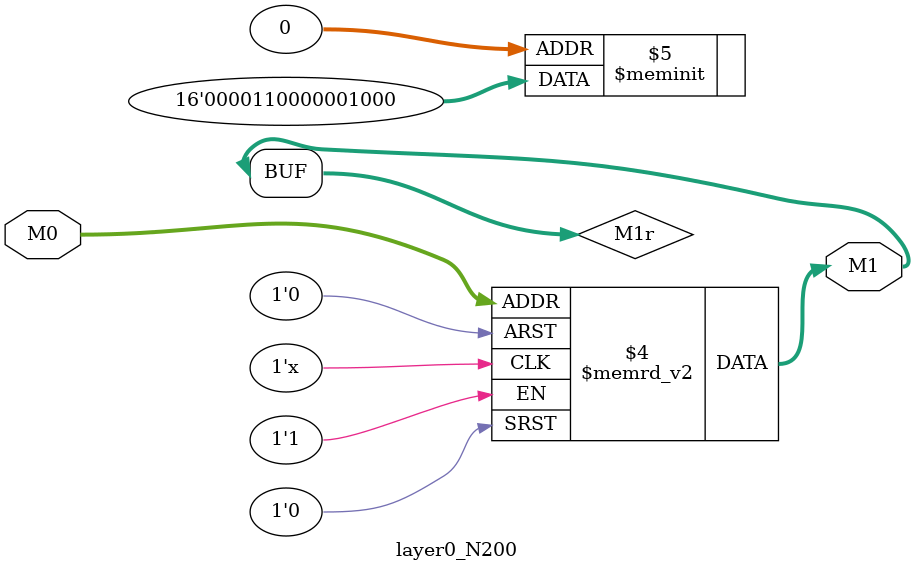
<source format=v>
module layer0_N200 ( input [2:0] M0, output [1:0] M1 );

	(*rom_style = "distributed" *) reg [1:0] M1r;
	assign M1 = M1r;
	always @ (M0) begin
		case (M0)
			3'b000: M1r = 2'b00;
			3'b100: M1r = 2'b00;
			3'b010: M1r = 2'b00;
			3'b110: M1r = 2'b00;
			3'b001: M1r = 2'b10;
			3'b101: M1r = 2'b11;
			3'b011: M1r = 2'b00;
			3'b111: M1r = 2'b00;

		endcase
	end
endmodule

</source>
